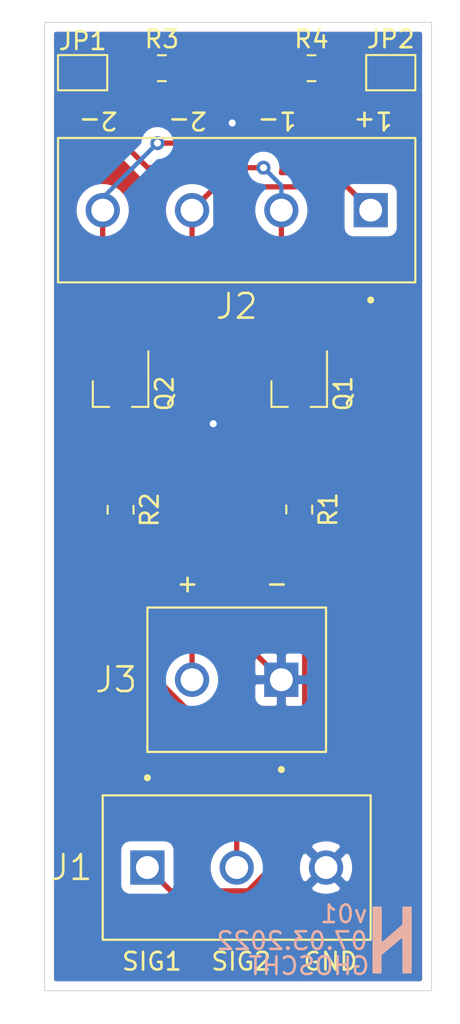
<source format=kicad_pcb>
(kicad_pcb (version 20211014) (generator pcbnew)
  (title_block (title "LED Module") (date "2021-08-19") (rev "v01") (comment 4 "Author: GHOSCHT"))
  (layers (0 "F.Cu" signal) (31 "B.Cu" signal) (34 "B.Paste" user) (35 "F.Paste" user) (36 "B.SilkS" user "B.Silkscreen") (37 "F.SilkS" user "F.Silkscreen") (38 "B.Mask" user) (39 "F.Mask" user) (44 "Edge.Cuts" user))
  (net 0 "")
  (net 1 "Net-(Q1-Pad1)")
  (net 2 "Net-(Q2-Pad1)")
  (net 3 "SIG1")
  (net 4 "SIG2")
  (net 5 "GND")
  (net 6 "VCC")
  (net 7 "LED1N")
  (net 8 "LED2N")
  (net 9 "Net-(JP1-Pad2)")
  (net 10 "Net-(JP2-Pad2)")
  (footprint "CUI_TB006-508-03BE:CUI_TB006-508-03BE" (layer "F.Cu") (at 142.494 94.742)
    (fp_text reference "J1" (at -4.318 0) (layer "F.SilkS") (effects (font (size 1.4 1.4))))
    (fp_text value "Screw_Terminal_01x03")
    (fp_line (start -2.54 -4.1) (end 12.7 -4.1) (layer "F.SilkS") (width 0.127))
    (fp_line (start 12.7 -4.1) (end 12.7 4.1) (layer "F.SilkS") (width 0.127))
    (fp_line (start 12.7 4.1) (end -2.54 4.1) (layer "F.SilkS") (width 0.127))
    (fp_line (start -2.54 4.1) (end -2.54 -4.1) (layer "F.SilkS") (width 0.127))
    (fp_circle (center 0 -5.1) (end 0.1 -5.1) (layer "F.SilkS") (width 0.2) (fill none))
    (pad "1" thru_hole rect locked (at 0 0) (size 1.95 1.95) (drill 1.3) (layers *.Cu *.Mask) (net 3 "SIG1"))
    (pad "2" thru_hole circle locked (at 5.08 0) (size 1.95 1.95) (drill 1.3) (layers *.Cu *.Mask) (net 4 "SIG2"))
    (pad "3" thru_hole circle locked (at 10.16 0) (size 1.95 1.95) (drill 1.3) (layers *.Cu *.Mask) (net 5 "GND"))
  )
  (footprint "CUI_TB006-508-04BE:CUI_TB006-508-04BE" (layer "F.Cu") (at 155.194 57.404 180)
    (fp_text reference "J2" (at 7.62 -5.461) (layer "F.SilkS") (effects (font (size 1.4 1.4))))
    (fp_text value "Screw_Terminal_01x04")
    (fp_line (start -2.54 -4.1) (end 17.78 -4.1) (layer "F.SilkS") (width 0.127))
    (fp_line (start 17.78 -4.1) (end 17.78 4.1) (layer "F.SilkS") (width 0.127))
    (fp_line (start -2.54 4.1) (end -2.54 -4.1) (layer "F.SilkS") (width 0.127))
    (fp_line (start 17.78 4.1) (end -2.54 4.1) (layer "F.SilkS") (width 0.127))
    (fp_circle (center 0 -5.1) (end 0.1 -5.1) (layer "F.SilkS") (width 0.2) (fill none))
    (pad "1" thru_hole rect locked (at 0 0 180) (size 1.95 1.95) (drill 1.3) (layers *.Cu *.Mask) (net 6 "VCC"))
    (pad "2" thru_hole circle locked (at 5.08 0 180) (size 1.95 1.95) (drill 1.3) (layers *.Cu *.Mask) (net 7 "LED1N"))
    (pad "3" thru_hole circle locked (at 10.16 0 180) (size 1.95 1.95) (drill 1.3) (layers *.Cu *.Mask) (net 6 "VCC"))
    (pad "4" thru_hole circle locked (at 15.24 0 180) (size 1.95 1.95) (drill 1.3) (layers *.Cu *.Mask) (net 8 "LED2N"))
  )
  (footprint "Package_TO_SOT_SMD:SOT-23_Handsoldering" (layer "F.Cu") (at 151.13 67.818 -90)
    (fp_text reference "Q1" (at 0 -2.5 90) (layer "F.SilkS"))
    (fp_text value "Q_NPN_BCE")
    (fp_line (start 0.76 1.58) (end 0.76 0.65) (layer "F.SilkS") (width 0.12))
    (fp_line (start 0.76 -1.58) (end 0.76 -0.65) (layer "F.SilkS") (width 0.12))
    (fp_line (start 0.76 -1.58) (end -2.4 -1.58) (layer "F.SilkS") (width 0.12))
    (fp_line (start 0.76 1.58) (end -0.7 1.58) (layer "F.SilkS") (width 0.12))
    (pad "1" smd rect locked (at -1.5 -0.95 270) (size 1.9 0.8) (layers "F.Cu" "F.Paste" "F.Mask") (net 1 "Net-(Q1-Pad1)"))
    (pad "2" smd rect locked (at -1.5 0.95 270) (size 1.9 0.8) (layers "F.Cu" "F.Paste" "F.Mask") (net 7 "LED1N"))
    (pad "3" smd rect locked (at 1.5 0 270) (size 1.9 0.8) (layers "F.Cu" "F.Paste" "F.Mask") (net 5 "GND"))
  )
  (footprint "Package_TO_SOT_SMD:SOT-23_Handsoldering" (layer "F.Cu") (at 140.97 67.818 -90)
    (fp_text reference "Q2" (at 0 -2.5 90) (layer "F.SilkS"))
    (fp_text value "Q_NPN_BCE")
    (fp_line (start 0.76 -1.58) (end 0.76 -0.65) (layer "F.SilkS") (width 0.12))
    (fp_line (start 0.76 1.58) (end -0.7 1.58) (layer "F.SilkS") (width 0.12))
    (fp_line (start 0.76 1.58) (end 0.76 0.65) (layer "F.SilkS") (width 0.12))
    (fp_line (start 0.76 -1.58) (end -2.4 -1.58) (layer "F.SilkS") (width 0.12))
    (pad "1" smd rect locked (at -1.5 -0.95 270) (size 1.9 0.8) (layers "F.Cu" "F.Paste" "F.Mask") (net 2 "Net-(Q2-Pad1)"))
    (pad "2" smd rect locked (at -1.5 0.95 270) (size 1.9 0.8) (layers "F.Cu" "F.Paste" "F.Mask") (net 8 "LED2N"))
    (pad "3" smd rect locked (at 1.5 0 270) (size 1.9 0.8) (layers "F.Cu" "F.Paste" "F.Mask") (net 5 "GND"))
  )
  (footprint "CUI_TB006-508-02BE:CUI_TB006-508-02BE" (layer "F.Cu") (at 150.114 84.074 180)
    (fp_text reference "J3" (at 9.398 0) (layer "F.SilkS") (effects (font (size 1.4 1.4))))
    (fp_text value "Screw_Terminal_01x02")
    (fp_line (start -2.54 4.1) (end -2.54 -4.1) (layer "F.SilkS") (width 0.127))
    (fp_line (start 7.62 -4.1) (end 7.62 4.1) (layer "F.SilkS") (width 0.127))
    (fp_line (start -2.54 -4.1) (end 7.62 -4.1) (layer "F.SilkS") (width 0.127))
    (fp_line (start 7.62 4.1) (end -2.54 4.1) (layer "F.SilkS") (width 0.127))
    (fp_circle (center 0 -5.1) (end 0.1 -5.1) (layer "F.SilkS") (width 0.2) (fill none))
    (pad "1" thru_hole rect locked (at 0 0 180) (size 1.95 1.95) (drill 1.3) (layers *.Cu *.Mask) (net 5 "GND"))
    (pad "2" thru_hole circle locked (at 5.08 0 180) (size 1.95 1.95) (drill 1.3) (layers *.Cu *.Mask) (net 6 "VCC"))
  )
  (footprint "Resistor_SMD:R_0805_2012Metric_Pad1.20x1.40mm_HandSolder" (layer "F.Cu") (at 140.97 74.422 -90)
    (fp_text reference "R2" (at 0 -1.65 90) (layer "F.SilkS"))
    (fp_text value "470")
    (fp_line (start -0.227064 0.735) (end 0.227064 0.735) (layer "F.SilkS") (width 0.12))
    (fp_line (start -0.227064 -0.735) (end 0.227064 -0.735) (layer "F.SilkS") (width 0.12))
    (pad "1" smd roundrect locked (at -1 0 270) (size 1.2 1.4) (layers "F.Cu" "F.Paste" "F.Mask") (roundrect_rratio 0.2083325) (net 2 "Net-(Q2-Pad1)"))
    (pad "2" smd roundrect locked (at 1 0 270) (size 1.2 1.4) (layers "F.Cu" "F.Paste" "F.Mask") (roundrect_rratio 0.2083325) (net 4 "SIG2"))
  )
  (footprint "Resistor_SMD:R_0805_2012Metric_Pad1.20x1.40mm_HandSolder" (layer "F.Cu") (at 151.13 74.406 -90)
    (fp_text reference "R1" (at 0 -1.65 90) (layer "F.SilkS"))
    (fp_text value "470")
    (fp_line (start -0.227064 -0.735) (end 0.227064 -0.735) (layer "F.SilkS") (width 0.12))
    (fp_line (start -0.227064 0.735) (end 0.227064 0.735) (layer "F.SilkS") (width 0.12))
    (pad "1" smd roundrect locked (at -1 0 270) (size 1.2 1.4) (layers "F.Cu" "F.Paste" "F.Mask") (roundrect_rratio 0.2083325) (net 1 "Net-(Q1-Pad1)"))
    (pad "2" smd roundrect locked (at 1 0 270) (size 1.2 1.4) (layers "F.Cu" "F.Paste" "F.Mask") (roundrect_rratio 0.2083325) (net 3 "SIG1"))
  )
  (footprint "Jumper:SolderJumper-2_P1.3mm_Open_Pad1.0x1.5mm" (layer "F.Cu") (at 138.811 49.5935)
    (fp_text reference "JP1" (at 0 -1.8) (layer "F.SilkS"))
    (fp_text value "Jumper")
    (fp_line (start 1.4 1) (end -1.4 1) (layer "F.SilkS") (width 0.12))
    (fp_line (start -1.4 1) (end -1.4 -1) (layer "F.SilkS") (width 0.12))
    (fp_line (start 1.4 -1) (end 1.4 1) (layer "F.SilkS") (width 0.12))
    (fp_line (start -1.4 -1) (end 1.4 -1) (layer "F.SilkS") (width 0.12))
    (pad "1" smd rect locked (at -0.65 0) (size 1 1.5) (layers "F.Cu" "F.Mask") (net 7 "LED1N"))
    (pad "2" smd rect locked (at 0.65 0) (size 1 1.5) (layers "F.Cu" "F.Mask") (net 9 "Net-(JP1-Pad2)"))
  )
  (footprint "Resistor_SMD:R_0805_2012Metric_Pad1.20x1.40mm_HandSolder" (layer "F.Cu") (at 143.3195 49.3395)
    (fp_text reference "R3" (at 0 -1.65) (layer "F.SilkS"))
    (fp_text value "10k")
    (fp_line (start -0.227064 -0.735) (end 0.227064 -0.735) (layer "F.SilkS") (width 0.12))
    (fp_line (start -0.227064 0.735) (end 0.227064 0.735) (layer "F.SilkS") (width 0.12))
    (pad "1" smd roundrect locked (at -1 0) (size 1.2 1.4) (layers "F.Cu" "F.Paste" "F.Mask") (roundrect_rratio 0.2083325) (net 9 "Net-(JP1-Pad2)"))
    (pad "2" smd roundrect locked (at 1 0) (size 1.2 1.4) (layers "F.Cu" "F.Paste" "F.Mask") (roundrect_rratio 0.2083325) (net 5 "GND"))
  )
  (footprint "Resistor_SMD:R_0805_2012Metric_Pad1.20x1.40mm_HandSolder" (layer "F.Cu") (at 151.8285 49.3395)
    (fp_text reference "R4" (at 0 -1.65) (layer "F.SilkS"))
    (fp_text value "10k")
    (fp_line (start -0.227064 0.735) (end 0.227064 0.735) (layer "F.SilkS") (width 0.12))
    (fp_line (start -0.227064 -0.735) (end 0.227064 -0.735) (layer "F.SilkS") (width 0.12))
    (pad "1" smd roundrect locked (at -1 0) (size 1.2 1.4) (layers "F.Cu" "F.Paste" "F.Mask") (roundrect_rratio 0.2083325) (net 5 "GND"))
    (pad "2" smd roundrect locked (at 1 0) (size 1.2 1.4) (layers "F.Cu" "F.Paste" "F.Mask") (roundrect_rratio 0.2083325) (net 10 "Net-(JP2-Pad2)"))
  )
  (footprint "Jumper:SolderJumper-2_P1.3mm_Open_Pad1.0x1.5mm" (layer "F.Cu") (at 156.337 49.5935 180)
    (fp_text reference "JP2" (at 0 1.905) (layer "F.SilkS"))
    (fp_text value "Jumper")
    (fp_line (start -1.4 1) (end -1.4 -1) (layer "F.SilkS") (width 0.12))
    (fp_line (start 1.4 -1) (end 1.4 1) (layer "F.SilkS") (width 0.12))
    (fp_line (start -1.4 -1) (end 1.4 -1) (layer "F.SilkS") (width 0.12))
    (fp_line (start 1.4 1) (end -1.4 1) (layer "F.SilkS") (width 0.12))
    (pad "1" smd rect locked (at -0.65 0 180) (size 1 1.5) (layers "F.Cu" "F.Mask") (net 8 "LED2N"))
    (pad "2" smd rect locked (at 0.65 0 180) (size 1 1.5) (layers "F.Cu" "F.Mask") (net 10 "Net-(JP2-Pad2)"))
  )
  (footprint "Logo:logo" (layer "B.Cu") (at 156.4132 98.8568 180)
    (fp_text reference "Ge" hide)
    (fp_text value "LOGO" hide)
    (fp_poly (pts (xy 1.006804 1.905763) (xy 1.031833 1.905402) (xy 1.052015 1.904769) (xy 1.067944 1.903814) (xy 1.080213 1.902487) (xy 1.089416 1.900737) (xy 1.096146 1.898515) (xy 1.100995 1.895771) (xy 1.104558 1.892456) (xy 1.107427 1.888518) (xy 1.110197 1.883909) (xy 1.110591 1.88324) (xy 1.111106 1.882062) (xy 1.111594 1.88018) (xy 1.112055 1.877388) (xy 1.11249 1.873481) (xy 1.112901 1.868253) (xy 1.113288 1.861496) (xy 1.113651 1.853006) (xy 1.113991 1.842576) (xy 1.11431 1.830001) (xy 1.114607 1.815074) (xy 1.114883 1.797589) (xy 1.11514 1.777341) (xy 1.115378 1.754123) (xy 1.115597 1.727729) (xy 1.115799 1.697954) (xy 1.115984 1.664592) (xy 1.116152 1.627436) (xy 1.116306 1.58628) (xy 1.116444 1.540919) (xy 1.116569 1.491146) (xy 1.11668 1.436756) (xy 1.116779 1.377542) (xy 1.116866 1.313298) (xy 1.116942 1.24382) (xy 1.117007 1.168899) (xy 1.117063 1.088332) (xy 1.117111 1.00191) (xy 1.11715 0.90943) (xy 1.117181 0.810684) (xy 1.117206 0.705466) (xy 1.117225 0.593571) (xy 1.117239 0.474793) (xy 1.117248 0.348925) (xy 1.117253 0.215762) (xy 1.117255 0.075097) (xy 1.117256 0) (xy 1.117255 -0.14459) (xy 1.117251 -0.281573) (xy 1.117244 -0.411156) (xy 1.117232 -0.533543) (xy 1.117216 -0.648942) (xy 1.117195 -0.757557) (xy 1.117167 -0.859596) (xy 1.117131 -0.955263) (xy 1.117089 -1.044765) (xy 1.117037 -1.128308) (xy 1.116977 -1.206099) (xy 1.116906 -1.278342) (xy 1.116825 -1.345243) (xy 1.116732 -1.40701) (xy 1.116627 -1.463848) (xy 1.11651 -1.515962) (xy 1.116379 -1.56356) (xy 1.116233 -1.606846) (xy 1.116072 -1.646027) (xy 1.115896 -1.681309) (xy 1.115703 -1.712898) (xy 1.115493 -1.740999) (xy 1.115264 -1.76582) (xy 1.115018 -1.787565) (xy 1.114751 -1.806441) (xy 1.114465 -1.822653) (xy 1.114157 -1.836409) (xy 1.113828 -1.847913) (xy 1.113477 -1.857372) (xy 1.113102 -1.864991) (xy 1.112704 -1.870978) (xy 1.112281 -1.875537) (xy 1.111833 -1.878874) (xy 1.111359 -1.881197) (xy 1.110858 -1.88271) (xy 1.110591 -1.883239) (xy 1.107755 -1.88797) (xy 1.104866 -1.892008) (xy 1.101317 -1.895407) (xy 1.096502 -1.898222) (xy 1.089817 -1.900509) (xy 1.080655 -1.902322) (xy 1.06841 -1.903716) (xy 1.052478 -1.904747) (xy 1.032253 -1.905468) (xy 1.007128 -1.905936) (xy 0.976498 -1.906205) (xy 0.939758 -1.90633) (xy 0.896301 -1.906365) (xy 0.855713 -1.906367) (xy 0.806758 -1.906363) (xy 0.765004 -1.906317) (xy 0.729839 -1.90618) (xy 0.700649 -1.905903) (xy 0.676824 -1.905435) (xy 0.65775 -1.904728) (xy 0.642815 -1.903732) (xy 0.631407 -1.902397) (xy 0.622914 -1.900674) (xy 0.616724 -1.898513) (xy 0.612223 -1.895865) (xy 0.608801 -1.89268) (xy 0.605844 -1.888909) (xy 0.603789 -1.885987) (xy 0.602896 -1.884118) (xy 0.602094 -1.88093) (xy 0.601377 -1.876026) (xy 0.600741 -1.869011) (xy 0.600182 -1.859488) (xy 0.599694 -1.847061) (xy 0.599273 -1.831334) (xy 0.598914 -1.81191) (xy 0.598612 -1.788394) (xy 0.598363 -1.76039) (xy 0.598161 -1.727501) (xy 0.598003 -1.68933) (xy 0.597883 -1.645483) (xy 0.597797 -1.595562) (xy 0.59774 -1.539171) (xy 0.597707 -1.475915) (xy 0.597694 -1.405396) (xy 0.597693 -1.375782) (xy 0.597685 -1.302211) (xy 0.597659 -1.236054) (xy 0.59761 -1.176913) (xy 0.597533 -1.12439) (xy 0.597424 -1.078086) (xy 0.597278 -1.037603) (xy 0.59709 -1.002542) (xy 0.596855 -0.972506) (xy 0.596569 -0.947095) (xy 0.596227 -0.925911) (xy 0.595825 -0.908555) (xy 0.595357 -0.89463) (xy 0.594818 -0.883737) (xy 0.594206 -0.875477) (xy 0.593513 -0.869452) (xy 0.592737 -0.865264) (xy 0.591871 -0.862514) (xy 0.591624 -0.861971) (xy 0.588107 -0.858319) (xy 0.578968 -0.849946) (xy 0.564568 -0.837157) (xy 0.545266 -0.820256) (xy 0.521424 -0.799549) (xy 0.493399 -0.775341) (xy 0.461553 -0.747937) (xy 0.426246 -0.717642) (xy 0.387838 -0.68476) (xy 0.346688 -0.649598) (xy 0.303156 -0.61246) (xy 0.257604 -0.573651) (xy 0.21039 -0.533477) (xy 0.161875 -0.492241) (xy 0.112418 -0.45025) (xy 0.06238 -0.407808) (xy 0.012121 -0.365221) (xy -0.037999 -0.322793) (xy -0.087621 -0.280829) (xy -0.136384 -0.239635) (xy -0.183928 -0.199515) (xy -0.229893 -0.160775) (xy -0.27392 -0.12372) (xy -0.315647 -0.088655) (xy -0.354716 -0.055884) (xy -0.390766 -0.025713) (xy -0.423438 0.001553) (xy -0.45237 0.025609) (xy -0.477203 0.046151) (xy -0.497578 0.062872) (xy -0.513133 0.075468) (xy -0.52351 0.083634) (xy -0.528348 0.087065) (xy -0.52849 0.087128) (xy -0.543218 0.088813) (xy -0.558556 0.08453) (xy -0.5707 0.075803) (xy -0.580114 0.065782) (xy -0.582068 -0.906545) (xy -0.584021 -1.878872) (xy -0.59679 -1.891643) (xy -0.60956 -1.904414) (xy -0.844852 -1.90535) (xy -0.894438 -1.905526) (xy -0.936803 -1.905623) (xy -0.972538 -1.905629) (xy -1.002234 -1.905531) (xy -1.026484 -1.905318) (xy -1.045878 -1.904977) (xy -1.061009 -1.904497) (xy -1.072466 -1.903866) (xy -1.080843 -1.903071) (xy -1.086731 -1.902102) (xy -1.09072 -1.900945) (xy -1.092065 -1.900354) (xy -1.102694 -1.892622) (xy -1.110621 -1.88319) (xy -1.111134 -1.882007) (xy -1.111619 -1.880103) (xy -1.112079 -1.877271) (xy -1.112512 -1.873307) (xy -1.112921 -1.868004) (xy -1.113306 -1.861156) (xy -1.113668 -1.852558) (xy -1.114007 -1.842003) (xy -1.114324 -1.829285) (xy -1.11462 -1.814199) (xy -1.114895 -1.796539) (xy -1.115151 -1.776099) (xy -1.115388 -1.752673) (xy -1.115606 -1.726054) (xy -1.115807 -1.696038) (xy -1.115991 -1.662419) (xy -1.116159 -1.624989) (xy -1.116312 -1.583544) (xy -1.11645 -1.537878) (xy -1.116574 -1.487784) (xy -1.116684 -1.433058) (xy -1.116783 -1.373492) (xy -1.116869 -1.308881) (xy -1.116945 -1.239019) (xy -1.11701 -1.1637) (xy -1.117066 -1.082719) (xy -1.117113 -0.995869) (xy -1.117152 -0.902944) (xy -1.117183 -0.80374) (xy -1.117208 -0.698049) (xy -1.117226 -0.585665) (xy -1.11724 -0.466384) (xy -1.117249 -0.339999) (xy -1.117254 -0.206304) (xy -1.117256 -0.065093) (xy -1.117257 0) (xy -1.117256 0.144591) (xy -1.117252 0.281574) (xy -1.117245 0.411157) (xy -1.117233 0.533544) (xy -1.117217 0.648943) (xy -1.117196 0.757558) (xy -1.117167 0.859597) (xy -1.117132 0.955264) (xy -1.11709 1.044766) (xy -1.117038 1.128309) (xy -1.116978 1.206099) (xy -1.116907 1.278342) (xy -1.116826 1.345244) (xy -1.116733 1.407011) (xy -1.116628 1.463849) (xy -1.116511 1.515963) (xy -1.116379 1.563561) (xy -1.116234 1.606847) (xy -1.116073 1.646028) (xy -1.115897 1.68131) (xy -1.115704 1.712899) (xy -1.115494 1.741) (xy -1.115265 1.765821) (xy -1.115018 1.787566) (xy -1.114752 1.806442) (xy -1.114466 1.822654) (xy -1.114158 1.83641) (xy -1.113829 1.847914) (xy -1.113478 1.857373) (xy -1.113103 1.864992) (xy -1.112705 1.870979) (xy -1.112282 1.875538) (xy -1.111834 1.878875) (xy -1.11136 1.881198) (xy -1.110859 1.882711) (xy -1.110592 1.88324) (xy -1.107806 1.887922) (xy -1.105003 1.891933) (xy -1.101594 1.89532) (xy -1.096988 1.898133) (xy -1.090594 1.900421) (xy -1.081822 1.902234) (xy -1.070083 1.903621) (xy -1.054785 1.90463) (xy -1.035339 1.905312) (xy -1.011155 1.905716) (xy -0.981641 1.905891) (xy -0.946208 1.905885) (xy -0.904265 1.905749) (xy -0.855222 1.905532) (xy -0.844073 1.905481) (xy -0.60956 1.904414) (xy -0.59679 1.891644) (xy -0.584021 1.878874) (xy -0.582068 1.382931) (xy -0.58178 1.310519) (xy -0.581515 1.245513) (xy -0.581262 1.187507) (xy -0.581015 1.136094) (xy -0.580766 1.09087) (xy -0.580507 1.051426) (xy -0.580229 1.017357) (xy -0.579925 0.988257) (xy -0.579587 0.963718) (xy -0.579208 0.943335) (xy -0.578779 0.926701) (xy -0.578292 0.913411) (xy -0.57774 0.903056) (xy -0.577114 0.895232) (xy -0.576408 0.889532) (xy -0.575612 0.885549) (xy -0.574719 0.882877) (xy -0.573721 0.881109) (xy -0.572611 0.87984) (xy -0.572301 0.879541) (xy -0.567785 0.875484) (xy -0.557781 0.866673) (xy -0.542648 0.853418) (xy -0.522743 0.83603) (xy -0.498423 0.81482) (xy -0.470046 0.790096) (xy -0.43797 0.76217) (xy -0.402552 0.731353) (xy -0.364149 0.697953) (xy -0.32312 0.662281) (xy -0.27982 0.624649) (xy -0.234609 0.585365) (xy -0.187843 0.544741) (xy -0.13988 0.503086) (xy -0.091077 0.460711) (xy -0.041792 0.417927) (xy 0.007617 0.375042) (xy 0.056794 0.332369) (xy 0.10538 0.290216) (xy 0.153019 0.248894) (xy 0.199352 0.208714) (xy 0.244023 0.169986) (xy 0.286673 0.13302) (xy 0.326945 0.098126) (xy 0.364483 0.065615) (xy 0.398927 0.035797) (xy 0.429922 0.008982) (xy 0.457109 -0.01452) (xy 0.48013 -0.034397) (xy 0.498629 -0.050341) (xy 0.512248 -0.06204) (xy 0.520629 -0.069185) (xy 0.523362 -0.071441) (xy 0.537089 -0.076803) (xy 0.552727 -0.076809) (xy 0.567622 -0.072028) (xy 0.57912 -0.063035) (xy 0.581951 -0.058813) (xy 0.582442 -0.054331) (xy 0.5829 -0.04275) (xy 0.583325 -0.024023) (xy 0.583718 0.001898) (xy 0.584079 0.035059) (xy 0.584407 0.075508) (xy 0.584704 0.123293) (xy 0.584969 0.178459) (xy 0.585203 0.241056) (xy 0.585405 0.311128) (xy 0.585576 0.388725) (xy 0.585717 0.473893) (xy 0.585826 0.566679) (xy 0.585905 0.66713) (xy 0.585954 0.775294) (xy 0.585973 0.891218) (xy 0.585973 0.906175) (xy 0.58597 1.009219) (xy 0.585965 1.104739) (xy 0.585962 1.193025) (xy 0.585969 1.274365) (xy 0.58599 1.34905) (xy 0.586032 1.417368) (xy 0.5861 1.479609) (xy 0.586199 1.536062) (xy 0.586335 1.587015) (xy 0.586515 1.63276) (xy 0.586743 1.673584) (xy 0.587025 1.709777) (xy 0.587367 1.741628) (xy 0.587775 1.769427) (xy 0.588254 1.793463) (xy 0.58881 1.814025) (xy 0.589448 1.831402) (xy 0.590175 1.845884) (xy 0.590996 1.857759) (xy 0.591917 1.867318) (xy 0.592942 1.87485) (xy 0.594079 1.880643) (xy 0.595332 1.884987) (xy 0.596708 1.888171) (xy 0.598211 1.890485) (xy 0.599848 1.892218) (xy 0.601624 1.893658) (xy 0.603546 1.895096) (xy 0.605374 1.896602) (xy 0.60741 1.898231) (xy 0.609983 1.899621) (xy 0.613701 1.900793) (xy 0.61917 1.901771) (xy 0.626999 1.902575) (xy 0.637794 1.90323) (xy 0.652163 1.903757) (xy 0.670713 1.904178) (xy 0.694052 1.904516) (xy 0.722787 1.904794) (xy 0.757525 1.905033) (xy 0.798875 1.905257) (xy 0.846359 1.905481) (xy 0.896706 1.905711) (xy 0.939834 1.905867) (xy 0.976336 1.905901)) (layer "B.SilkS") (width 0) (fill solid))
  )
  (gr_line (start 158.652 46.736) (end 158.652 101.736) (layer "Edge.Cuts") (width 0.05))
  (gr_line (start 136.652 101.736) (end 158.652 101.736) (layer "Edge.Cuts") (width 0.05))
  (gr_line (start 136.652 46.736) (end 136.652 101.736) (layer "Edge.Cuts") (width 0.05))
  (gr_line (start 136.652 46.736) (end 158.652 46.736) (layer "Edge.Cuts") (width 0.05))
  (gr_text "GHOSCHT" (at 151.6888 100.33) (layer "B.SilkS") (effects (font (size 1 1)) (justify mirror)))
  (gr_text "07.03.2022" (at 150.7236 98.9076) (layer "B.SilkS") (effects (font (size 1 1)) (justify mirror)))
  (gr_text "v01" (at 153.67 97.3836) (layer "B.SilkS") (effects (font (size 1 1)) (justify mirror)))
  (gr_text "2-" (at 139.7 52.324 180) (layer "F.SilkS") (effects (font (size 1 1))))
  (gr_text "1+" (at 155.321 52.324 180) (layer "F.SilkS") (effects (font (size 1 1))))
  (gr_text "2-" (at 144.78 52.324 180) (layer "F.SilkS") (effects (font (size 1 1))))
  (gr_text "SIG2" (at 147.828 100.076) (layer "F.SilkS") (effects (font (size 1 1))))
  (gr_text "-" (at 149.86 78.74 180) (layer "F.SilkS") (effects (font (size 1 1))))
  (gr_text "SIG1" (at 142.748 100.076) (layer "F.SilkS") (effects (font (size 1 1))))
  (gr_text "GND" (at 152.908 100.076) (layer "F.SilkS") (effects (font (size 1 1))))
  (gr_text "+" (at 144.78 78.74 180) (layer "F.SilkS") (effects (font (size 1 1))))
  (gr_text "1-" (at 149.86 52.324 180) (layer "F.SilkS") (effects (font (size 1 1))))
  (segment (start 152.08 72.456) (end 151.13 73.406) (width 0.3) (layer "F.Cu") (net 1))
  (segment (start 152.08 66.318) (end 152.08 72.456) (width 0.3) (layer "F.Cu") (net 1))
  (segment (start 141.92 66.318) (end 141.92 72.472) (width 0.3) (layer "F.Cu") (net 2))
  (segment (start 141.92 72.472) (end 140.97 73.422) (width 0.3) (layer "F.Cu") (net 2))
  (segment (start 142.494 94.742) (end 143.819001 96.067001) (width 0.3) (layer "F.Cu") (net 3))
  (segment (start 151.439001 92.838001) (end 151.439001 75.715001) (width 0.3) (layer "F.Cu") (net 3))
  (segment (start 148.210001 96.067001) (end 151.439001 92.838001) (width 0.3) (layer "F.Cu") (net 3))
  (segment (start 143.819001 96.067001) (end 148.210001 96.067001) (width 0.3) (layer "F.Cu") (net 3))
  (segment (start 151.439001 75.715001) (end 151.13 75.406) (width 0.3) (layer "F.Cu") (net 3))
  (segment (start 140.97 75.422) (end 140.97 81.971002) (width 0.3) (layer "F.Cu") (net 4))
  (segment (start 140.97 81.971002) (end 147.574 88.575002) (width 0.3) (layer "F.Cu") (net 4))
  (segment (start 147.574 88.575002) (end 147.574 94.742) (width 0.3) (layer "F.Cu") (net 4))
  (segment (start 147.32 52.451) (end 147.32 52.451) (width 0.3) (layer "F.Cu") (net 5))
  (segment (start 150.8285 49.3395) (end 149.0345 49.3395) (width 0.25) (layer "F.Cu") (net 5))
  (segment (start 146.2405 80.2005) (end 150.114 84.074) (width 0.3) (layer "F.Cu") (net 5))
  (segment (start 146.2405 69.5325) (end 146.2405 80.2005) (width 0.3) (layer "F.Cu") (net 5))
  (segment (start 144.3195 49.3395) (end 150.8285 49.3395) (width 0.3) (layer "F.Cu") (net 5))
  (segment (start 150.368 49.403) (end 147.32 52.451) (width 0.3) (layer "F.Cu") (net 5))
  (via (at 147.32 52.451) (size 0.8) (drill 0.4) (layers "F.Cu" "B.Cu") (net 5))
  (via (at 146.2405 69.5325) (size 0.8) (drill 0.4) (layers "F.Cu" "B.Cu") (net 5))
  (segment (start 146.386499 54.356) (end 146.386499 69.386501) (width 0.3) (layer "B.Cu") (net 5))
  (segment (start 147.32 52.451) (end 147.32 53.422499) (width 0.25) (layer "B.Cu") (net 5))
  (segment (start 146.386499 69.386501) (end 146.2405 69.5325) (width 0.25) (layer "B.Cu") (net 5))
  (segment (start 147.32 53.422499) (end 146.386499 54.356) (width 0.25) (layer "B.Cu") (net 5))
  (segment (start 155.194 57.404) (end 153.868999 56.078999) (width 0.3) (layer "F.Cu") (net 6))
  (segment (start 146.359001 56.078999) (end 145.034 57.404) (width 0.3) (layer "F.Cu") (net 6))
  (segment (start 153.868999 56.078999) (end 146.359001 56.078999) (width 0.3) (layer "F.Cu") (net 6))
  (segment (start 145.034 84.074) (end 145.034 57.404) (width 0.3) (layer "F.Cu") (net 6))
  (segment (start 150.114 57.404) (end 150.114 66.252) (width 0.3) (layer "F.Cu") (net 7))
  (segment (start 150.114 66.252) (end 150.18 66.318) (width 0.3) (layer "F.Cu") (net 7))
  (segment (start 142.5085 54.991) (end 138.161 50.6435) (width 0.3) (layer "F.Cu") (net 7))
  (segment (start 149.098 54.991) (end 142.5085 54.991) (width 0.3) (layer "F.Cu") (net 7))
  (segment (start 138.161 50.6435) (end 138.161 49.5935) (width 0.3) (layer "F.Cu") (net 7))
  (via (at 149.098 54.991) (size 0.8) (drill 0.4) (layers "F.Cu" "B.Cu") (net 7))
  (segment (start 150.114 56.007) (end 150.114 57.404) (width 0.25) (layer "B.Cu") (net 7))
  (segment (start 149.098 54.991) (end 150.114 56.007) (width 0.25) (layer "B.Cu") (net 7))
  (segment (start 143.129 53.6575) (end 143.0655 53.594) (width 0.25) (layer "F.Cu") (net 8))
  (segment (start 143.0655 53.594) (end 154.0365 53.594) (width 0.3) (layer "F.Cu") (net 8))
  (segment (start 154.0365 53.594) (end 156.987 50.6435) (width 0.3) (layer "F.Cu") (net 8))
  (segment (start 139.954 66.252) (end 140.02 66.318) (width 0.3) (layer "F.Cu") (net 8))
  (segment (start 156.987 50.6435) (end 156.987 49.5935) (width 0.3) (layer "F.Cu") (net 8))
  (segment (start 139.954 57.404) (end 139.954 66.252) (width 0.3) (layer "F.Cu") (net 8))
  (via (at 143.0655 53.594) (size 0.8) (drill 0.4) (layers "F.Cu" "B.Cu") (net 8))
  (segment (start 139.954 56.7055) (end 139.954 57.404) (width 0.25) (layer "B.Cu") (net 8))
  (segment (start 143.0655 53.594) (end 139.954 56.7055) (width 0.25) (layer "B.Cu") (net 8))
  (segment (start 139.461 49.5935) (end 142.0655 49.5935) (width 0.3) (layer "F.Cu") (net 9))
  (segment (start 142.0655 49.5935) (end 142.3195 49.3395) (width 0.3) (layer "F.Cu") (net 9))
  (segment (start 152.8285 49.3395) (end 155.433 49.3395) (width 0.3) (layer "F.Cu") (net 10))
  (segment (start 153.0825 49.5935) (end 152.8285 49.3395) (width 0.25) (layer "F.Cu") (net 10))
  (segment (start 155.433 49.3395) (end 155.687 49.5935) (width 0.3) (layer "F.Cu") (net 10))
  (zone (net 5) (net_name "GND") (layer "F.Cu") (connect_pads (clearance 0.508)) (min_thickness 0.254) (fill yes (thermal_gap 0.508) (thermal_bridge_width 0.508))
    (polygon (pts (xy 160.274 103.632) (xy 134.112 103.632) (xy 134.112 45.72) (xy 160.274 45.72)))
  )
  (zone (net 5) (net_name "GND") (layer "B.Cu") (connect_pads (clearance 0.508)) (min_thickness 0.254) (fill yes (thermal_gap 0.508) (thermal_bridge_width 0.508))
    (polygon (pts (xy 160.274 103.124) (xy 135.128 103.124) (xy 135.128 45.466) (xy 160.274 45.466)))
  )
)
</source>
